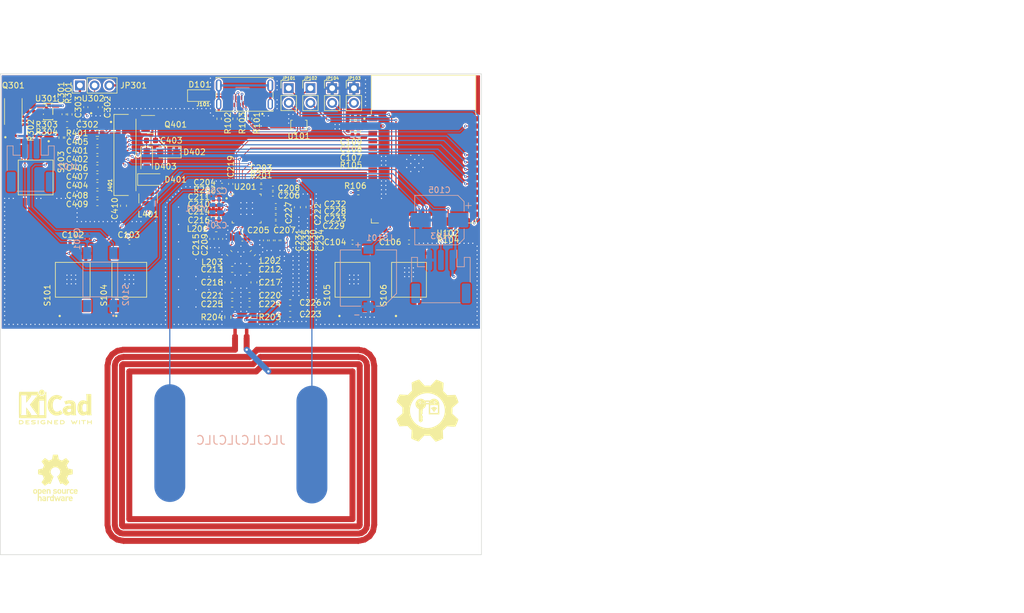
<source format=kicad_pcb>
(kicad_pcb (version 20211014) (generator pcbnew)

  (general
    (thickness 1.59)
  )

  (paper "A4")
  (layers
    (0 "F.Cu" signal)
    (1 "In1.Cu" power)
    (2 "In2.Cu" power)
    (31 "B.Cu" signal)
    (32 "B.Adhes" user "B.Adhesive")
    (33 "F.Adhes" user "F.Adhesive")
    (34 "B.Paste" user)
    (35 "F.Paste" user)
    (36 "B.SilkS" user "B.Silkscreen")
    (37 "F.SilkS" user "F.Silkscreen")
    (38 "B.Mask" user)
    (39 "F.Mask" user)
    (40 "Dwgs.User" user "User.Drawings")
    (41 "Cmts.User" user "User.Comments")
    (42 "Eco1.User" user "User.Eco1")
    (43 "Eco2.User" user "User.Eco2")
    (44 "Edge.Cuts" user)
    (45 "Margin" user)
    (46 "B.CrtYd" user "B.Courtyard")
    (47 "F.CrtYd" user "F.Courtyard")
    (48 "B.Fab" user)
    (49 "F.Fab" user)
    (50 "User.1" user)
    (51 "User.2" user)
    (52 "User.3" user)
    (53 "User.4" user)
    (54 "User.5" user)
    (55 "User.6" user)
    (56 "User.7" user)
    (57 "User.8" user)
    (58 "User.9" user)
  )

  (setup
    (stackup
      (layer "F.SilkS" (type "Top Silk Screen") (color "White"))
      (layer "F.Paste" (type "Top Solder Paste"))
      (layer "F.Mask" (type "Top Solder Mask") (color "Green") (thickness 0.01))
      (layer "F.Cu" (type "copper") (thickness 0.035))
      (layer "dielectric 1" (type "core") (thickness 0.2) (material "FR4") (epsilon_r 4.6) (loss_tangent 0.02))
      (layer "In1.Cu" (type "copper") (thickness 0.0175))
      (layer "dielectric 2" (type "prepreg") (thickness 1.065) (material "FR4") (epsilon_r 4.6) (loss_tangent 0.02))
      (layer "In2.Cu" (type "copper") (thickness 0.0175))
      (layer "dielectric 3" (type "core") (thickness 0.2) (material "FR4") (epsilon_r 4.6) (loss_tangent 0.02))
      (layer "B.Cu" (type "copper") (thickness 0.035))
      (layer "B.Mask" (type "Bottom Solder Mask") (color "Green") (thickness 0.01))
      (layer "B.Paste" (type "Bottom Solder Paste"))
      (layer "B.SilkS" (type "Bottom Silk Screen") (color "White"))
      (copper_finish "ENIG")
      (dielectric_constraints yes)
    )
    (pad_to_mask_clearance 0.05)
    (solder_mask_min_width 0.2)
    (pcbplotparams
      (layerselection 0x00010fc_ffffffff)
      (disableapertmacros false)
      (usegerberextensions true)
      (usegerberattributes true)
      (usegerberadvancedattributes true)
      (creategerberjobfile true)
      (svguseinch false)
      (svgprecision 6)
      (excludeedgelayer true)
      (plotframeref false)
      (viasonmask false)
      (mode 1)
      (useauxorigin false)
      (hpglpennumber 1)
      (hpglpenspeed 20)
      (hpglpendiameter 15.000000)
      (dxfpolygonmode true)
      (dxfimperialunits true)
      (dxfusepcbnewfont true)
      (psnegative false)
      (psa4output false)
      (plotreference true)
      (plotvalue true)
      (plotinvisibletext false)
      (sketchpadsonfab false)
      (subtractmaskfromsilk true)
      (outputformat 1)
      (mirror false)
      (drillshape 0)
      (scaleselection 1)
      (outputdirectory "out/")
    )
  )

  (net 0 "")
  (net 1 "Net-(AE202-Pad1)")
  (net 2 "Net-(AE202-Pad2)")
  (net 3 "GND")
  (net 4 "+3V3")
  (net 5 "Net-(C404-Pad2)")
  (net 6 "Net-(C405-Pad2)")
  (net 7 "Net-(C406-Pad2)")
  (net 8 "Net-(C407-Pad2)")
  (net 9 "Net-(C408-Pad2)")
  (net 10 "Net-(C409-Pad2)")
  (net 11 "+5V")
  (net 12 "USB_VBUS")
  (net 13 "MISO")
  (net 14 "MOSI")
  (net 15 "Net-(C209-Pad1)")
  (net 16 "Net-(C210-Pad1)")
  (net 17 "USB_D+")
  (net 18 "USB_D-")
  (net 19 "LED_DATA")
  (net 20 "+BATT")
  (net 21 "-BATT")
  (net 22 "SCLK")
  (net 23 "Net-(J401-Pad1)")
  (net 24 "unconnected-(J401-Pad6)")
  (net 25 "unconnected-(J401-Pad7)")
  (net 26 "DISP_BS")
  (net 27 "DISP_BUSY_N")
  (net 28 "DISP_RST")
  (net 29 "DISP_DC")
  (net 30 "DISP_SS_N")
  (net 31 "NFC_SS_N")
  (net 32 "NFC_IRQ")
  (net 33 "unconnected-(J401-Pad17)")
  (net 34 "unconnected-(J401-Pad19)")
  (net 35 "BUZZER")
  (net 36 "unconnected-(Q301-Pad1)")
  (net 37 "Net-(Q301-Pad4)")
  (net 38 "Net-(Q301-Pad5)")
  (net 39 "unconnected-(S101-Pad2)")
  (net 40 "unconnected-(S101-Pad1)")
  (net 41 "SW1")
  (net 42 "unconnected-(S102-Pad2)")
  (net 43 "unconnected-(J101-PadA1)")
  (net 44 "SW5")
  (net 45 "unconnected-(J101-PadA2)")
  (net 46 "unconnected-(J101-PadA3)")
  (net 47 "unconnected-(S104-Pad2)")
  (net 48 "unconnected-(S104-Pad1)")
  (net 49 "SW2")
  (net 50 "unconnected-(S105-Pad2)")
  (net 51 "Net-(J101-PadA5)")
  (net 52 "SW3")
  (net 53 "unconnected-(J101-PadA8)")
  (net 54 "unconnected-(J101-PadA10)")
  (net 55 "SW4")
  (net 56 "ESP_EN")
  (net 57 "ESP_BOOT")
  (net 58 "unconnected-(J101-PadA11)")
  (net 59 "ESP_D-")
  (net 60 "ESP_D+")
  (net 61 "unconnected-(J101-PadB1)")
  (net 62 "unconnected-(J101-PadB2)")
  (net 63 "SENSE_BAT")
  (net 64 "Net-(C212-Pad1)")
  (net 65 "/NFC/RFO1")
  (net 66 "/NFC/RFO2")
  (net 67 "/NFC/TRIM1_3")
  (net 68 "/NFC/TRIM2_3")
  (net 69 "/NFC/TRIM1_2")
  (net 70 "/NFC/TRIM2_2")
  (net 71 "Net-(R201-Pad2)")
  (net 72 "unconnected-(U201-Pad28)")
  (net 73 "Net-(R202-Pad2)")
  (net 74 "Net-(C213-Pad2)")
  (net 75 "Net-(C202-Pad2)")
  (net 76 "Net-(C201-Pad2)")
  (net 77 "/NFC/TRIM1_1")
  (net 78 "/NFC/TRIM2_1")
  (net 79 "/NFC/TRIM1_0")
  (net 80 "/NFC/TRIM2_0")
  (net 81 "/NFC/RFI1")
  (net 82 "/NFC/RFI2")
  (net 83 "Net-(C214-Pad1)")
  (net 84 "Net-(R302-Pad1)")
  (net 85 "unconnected-(U301-Pad4)")
  (net 86 "Net-(C301-Pad1)")
  (net 87 "Net-(AE201-Pad1)")
  (net 88 "Net-(AE201-Pad2)")
  (net 89 "Net-(C205-Pad1)")
  (net 90 "Net-(C206-Pad2)")
  (net 91 "TRIM1")
  (net 92 "TRIM2")
  (net 93 "Net-(C403-Pad1)")
  (net 94 "Net-(C403-Pad2)")
  (net 95 "unconnected-(J401-Pad4)")
  (net 96 "Net-(J401-Pad3)")
  (net 97 "unconnected-(J101-PadB3)")
  (net 98 "Net-(J101-PadB5)")
  (net 99 "unconnected-(J101-PadB8)")
  (net 100 "unconnected-(J101-PadB10)")
  (net 101 "unconnected-(J101-PadB11)")
  (net 102 "Net-(J101-PadS1)")
  (net 103 "Net-(J103-Pad2)")
  (net 104 "Net-(JP101-Pad1)")
  (net 105 "Net-(JP102-Pad1)")
  (net 106 "Net-(R106-Pad2)")
  (net 107 "Net-(S102-Pad3)")
  (net 108 "unconnected-(S103-Pad3)")
  (net 109 "unconnected-(S103-Pad4)")
  (net 110 "unconnected-(S105-Pad1)")
  (net 111 "unconnected-(S106-Pad1)")
  (net 112 "unconnected-(S106-Pad2)")
  (net 113 "unconnected-(U102-Pad9)")
  (net 114 "unconnected-(U102-Pad10)")
  (net 115 "unconnected-(U102-Pad12)")
  (net 116 "unconnected-(U102-Pad15)")
  (net 117 "unconnected-(U102-Pad17)")
  (net 118 "unconnected-(U102-Pad18)")
  (net 119 "unconnected-(U102-Pad19)")
  (net 120 "unconnected-(U102-Pad26)")
  (net 121 "unconnected-(U102-Pad28)")
  (net 122 "unconnected-(U102-Pad29)")
  (net 123 "unconnected-(U102-Pad30)")
  (net 124 "Net-(C302-Pad1)")
  (net 125 "unconnected-(U102-Pad38)")
  (net 126 "unconnected-(U101-Pad4)")
  (net 127 "unconnected-(U101-Pad5)")
  (net 128 "unconnected-(U102-Pad36)")
  (net 129 "unconnected-(U102-Pad37)")
  (net 130 "Net-(J401-Pad23)")

  (footprint "Capacitor_SMD:C_0603_1608Metric" (layer "F.Cu") (at 46.75 43.25))

  (footprint "Capacitor_SMD:C_0402_1005Metric" (layer "F.Cu") (at 77.52 52.75))

  (footprint "Resistor_SMD:R_0603_1608Metric" (layer "F.Cu") (at 73.75 69 -90))

  (footprint "Capacitor_SMD:C_0603_1608Metric" (layer "F.Cu") (at 73 66.75 180))

  (footprint "Capacitor_SMD:C_0402_1005Metric" (layer "F.Cu") (at 68 55.5 -90))

  (footprint "FH34SRJ-24S-0:HRS_FH34SRJ-24S-0.5SH(99)" (layer "F.Cu") (at 51.5 41 90))

  (footprint "FS8205A:SOP65P640X120-8N" (layer "F.Cu") (at 32.25 33.5 90))

  (footprint "Capacitor_SMD:C_0402_1005Metric" (layer "F.Cu") (at 71.75 55.5))

  (footprint "NCP167BMX330TBG:REG_NCP167BMX330TBG" (layer "F.Cu") (at 46 32.75 90))

  (footprint "Resistor_SMD:R_0402_1005Metric" (layer "F.Cu") (at 35.25 33.5 180))

  (footprint "Resistor_SMD:R_0402_1005Metric" (layer "F.Cu") (at 67.75 34.75 -90))

  (footprint "ST25R3911B-AQFT:QFN50P500X500X100-33N" (layer "F.Cu") (at 72.5 50.25))

  (footprint "Resistor_SMD:R_0603_1608Metric" (layer "F.Cu") (at 46.75 37.25))

  (footprint "Capacitor_SMD:C_0402_1005Metric" (layer "F.Cu") (at 75 45.5 180))

  (footprint "Capacitor_SMD:C_0402_1005Metric" (layer "F.Cu") (at 66.75 51.77 90))

  (footprint "Capacitor_SMD:C_0402_1005Metric" (layer "F.Cu") (at 77.02 46.75 180))

  (footprint "Symbol:KiCad-Logo2_5mm_SilkScreen" (layer "F.Cu") (at 39.5 84.5))

  (footprint "Capacitor_SMD:C_0402_1005Metric" (layer "F.Cu") (at 66.75 49.25 -90))

  (footprint "Capacitor_SMD:C_0603_1608Metric" (layer "F.Cu") (at 56 38.5 180))

  (footprint "Diode_SMD:D_SOD-123F" (layer "F.Cu") (at 59 40.5 180))

  (footprint "Diode_SMD:D_SOD-123F" (layer "F.Cu") (at 55.9 45.25))

  (footprint "Antenna:Antenna_NFC" (layer "F.Cu") (at 71 91 -90))

  (footprint "Capacitor_SMD:C_0402_1005Metric" (layer "F.Cu") (at 75.75 55.75 -90))

  (footprint "Connector_PinHeader_2.54mm:PinHeader_1x02_P2.54mm_Vertical" (layer "F.Cu") (at 79.75 29.475))

  (footprint "Resistor_SMD:R_0402_1005Metric" (layer "F.Cu") (at 75 46.5 180))

  (footprint "Resistor_SMD:R_0402_1005Metric" (layer "F.Cu") (at 91.75 37 90))

  (footprint "Capacitor_SMD:C_0402_1005Metric" (layer "F.Cu") (at 90.75 56.05 180))

  (footprint "Capacitor_SMD:C_0402_1005Metric" (layer "F.Cu")
    (tedit 5F68FEEE) (tstamp 4bdde084-d87f-4b06-97a4-ba17eb9193b1)
    (at 90.75 37 -90)
    (descr "Capacitor SMD 0402 (1005 Metric), square (rectangular) end terminal, IPC_7351 nominal, (Body size source: IPC-SM-782 page 76, https://www.pcb-3d.com/wordpress/wp-content/uploads/ipc-sm-782a_amendment_1_and_2.pdf), generated with kicad-footprint-generator")
    (tags "capacitor")
    (property "MANUFACTURER" "Murata Electronics")
    (property "MPN" "GRM155R61E105KA12D")
    (property "Sheetfile" "FabReader2.kicad_sch")
    (property "Sheetname" "")
    (property "Type" "X5R")
    (path "/b86f5392-7f66-41fe-a38a-6ac043200151")
    (attr smd)
    (fp_text reference "C107" (at 4.5 0.25 180) (layer "F.SilkS")
      (effects (font (size 1 1) (thickness 0.15)))
      (tstamp 85f0956c-f5e0-419c-842d-85007a71cd40)
    )
    (fp_text value "1µF"
... [2151146 chars truncated]
</source>
